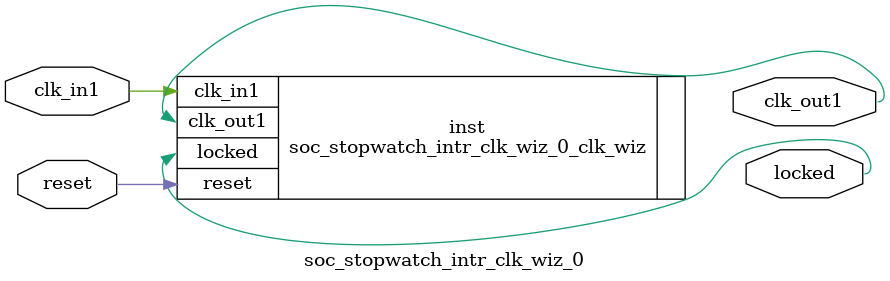
<source format=v>


`timescale 1ps/1ps

(* CORE_GENERATION_INFO = "soc_stopwatch_intr_clk_wiz_0,clk_wiz_v6_0_15_0_0,{component_name=soc_stopwatch_intr_clk_wiz_0,use_phase_alignment=true,use_min_o_jitter=false,use_max_i_jitter=false,use_dyn_phase_shift=false,use_inclk_switchover=false,use_dyn_reconfig=false,enable_axi=0,feedback_source=FDBK_AUTO,PRIMITIVE=MMCM,num_out_clk=1,clkin1_period=10.000,clkin2_period=10.000,use_power_down=false,use_reset=true,use_locked=true,use_inclk_stopped=false,feedback_type=SINGLE,CLOCK_MGR_TYPE=NA,manual_override=false}" *)

module soc_stopwatch_intr_clk_wiz_0 
 (
  // Clock out ports
  output        clk_out1,
  // Status and control signals
  input         reset,
  output        locked,
 // Clock in ports
  input         clk_in1
 );

  soc_stopwatch_intr_clk_wiz_0_clk_wiz inst
  (
  // Clock out ports  
  .clk_out1(clk_out1),
  // Status and control signals               
  .reset(reset), 
  .locked(locked),
 // Clock in ports
  .clk_in1(clk_in1)
  );

endmodule

</source>
